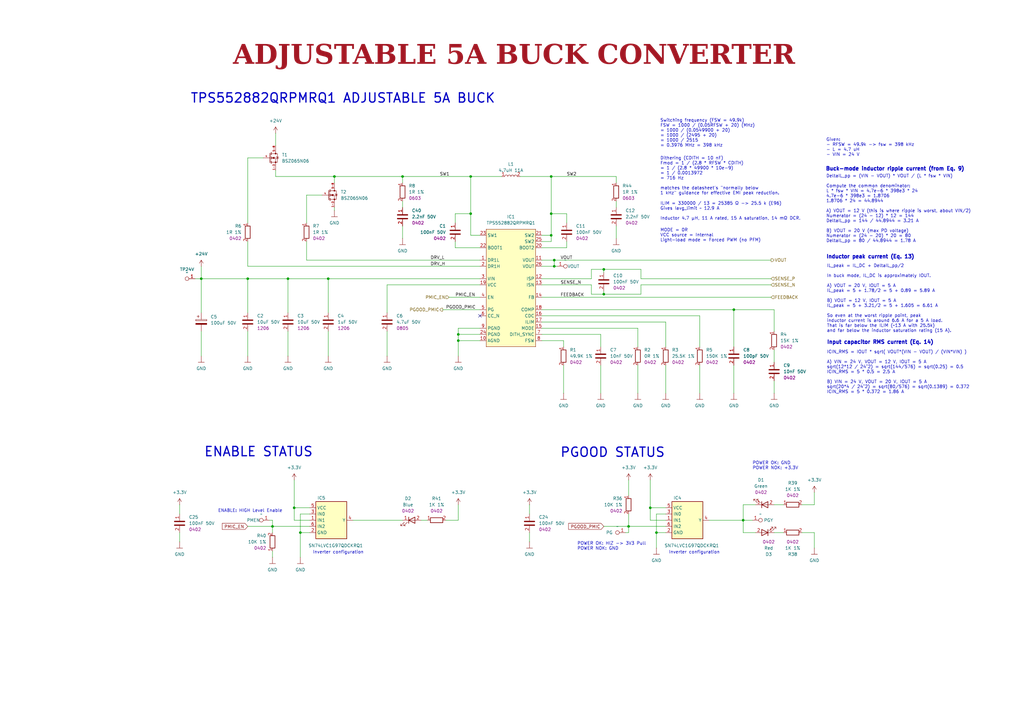
<source format=kicad_sch>
(kicad_sch (version 20250114) (generator "eeschema") (generator_version "9.0")
  (paper "A3")
  (title_block (title "Sheet Title A") (date "2025-01-12") (rev "1.0.0") (company "DvidMakesThings"))
  (text "ENABLE STATUS" (at 83.566 185.42 0) (effects (font (size 3.81 3.81) (thickness 0.508) (bold yes)) (justify left)))
  (text "ILIM = 330000 / 13 = 25385 Ω -> 25.5 k (E96)\nGives Iavg_limit ~ 12.9 A" (at 270.764 84.582 0) (effects (font (size 1.27 1.27)) (justify left)))
  (text "IL_peak = IL_DC + DeltaIL_pp/2\n\nIn buck mode, IL_DC is approximately IOUT.\n\nA) VOUT = 20 V, IOUT = 5 A\nIL_peak = 5 + 1.78/2 = 5 + 0.89 = 5.89 A\n\nB) VOUT = 12 V, IOUT = 5 A\nIL_peak = 5 + 3.21/2 = 5 + 1.605 = 6.61 A\n\nSo even at the worst ripple point, peak \ninductor current is around 6.6 A for a 5 A load. \nThat is far below the ILIM (~13 A with 25.5k) \nand far below the inductor saturation rating (15 A)." (at 339.09 122.428 0) (effects (font (size 1.27 1.27)) (justify left)))
  (text "Input capacitor RMS current (Eq. 14)" (at 339.09 140.462 0) (effects (font (size 1.524 1.524) (thickness 0.3556) (bold yes)) (justify left)))
  (text "POWER OK: GND\nPOWER NOK: +3.3V" (at 308.61 191.008 0) (effects (font (size 1.27 1.27)) (justify left)))
  (text "MODE = 0R\nVCC source = Internal\nLight-load mode = Forced PWM (no PFM)" (at 270.764 96.52 0) (effects (font (size 1.27 1.27)) (justify left)))
  (text "POWER OK: HIZ -> 3V3 Pull\nPOWER NOK: GND" (at 236.728 224.028 0) (effects (font (size 1.27 1.27)) (justify left)))
  (text "Inductor peak current (Eq. 13)" (at 338.836 105.41 0) (effects (font (size 1.524 1.524) (thickness 0.3556) (bold yes)) (justify left)))
  (text "DeltaIL_pp = (VIN - VOUT) * VOUT / (L * fsw * VIN)\n\nCompute the common denominator:\nL * fsw * VIN = 4.7e-6 * 398e3 * 24\n4.7e-6 * 398e3 = 1.8706\n1.8706 * 24 = 44.8944\n\nA) VOUT = 12 V (this is where ripple is worst, about VIN/2)\nNumerator = (24 - 12) * 12 = 144\nDeltaIL_pp = 144 / 44.8944 = 3.21 A\n\nB) VOUT = 20 V (max PD voltage)\nNumerator = (24 - 20) * 20 = 80\nDeltaIL_pp = 80 / 44.8944 = 1.78 A" (at 338.836 85.598 0) (effects (font (size 1.27 1.27)) (justify left)))
  (text "TPS552882QRPMRQ1 ADJUSTABLE 5A BUCK" (at 77.978 40.386 0) (effects (font (size 3.81 3.81) (thickness 0.508) (bold yes)) (justify left)))
  (text "Dithering (CDITH = 10 nF)\nFmod = 1 / (2.8 * RFSW * CDITH)\n= 1 / (2.8 * 49900 * 10e-9)\n= 1 / 0.0013972\n= 716 Hz\n\nmatches the datasheet's \"normally below \n1 kHz\" guidance for effective EMI peak reduction." (at 270.764 72.136 0) (effects (font (size 1.27 1.27)) (justify left)))
  (text "Inductor 4.7 µH, 11 A rated, 15 A saturation, 14 mΩ DCR." (at 270.764 89.662 0) (effects (font (size 1.27 1.27)) (justify left)))
  (text "ICIN_RMS = IOUT * sqrt( VOUT*(VIN - VOUT) / (VIN*VIN) )\n\nA) VIN = 24 V, VOUT = 12 V, IOUT = 5 A\nsqrt(12*12 / 24^2) = sqrt(144/576) = sqrt(0.25) = 0.5\nICIN_RMS = 5 * 0.5 = 2.5 A\n\nB) VIN = 24 V, VOUT = 20 V, IOUT = 5 A\nsqrt(20*4 / 24^2) = sqrt(80/576) = sqrt(0.1389) = 0.372\nICIN_RMS = 5 * 0.372 = 1.86 A" (at 339.09 152.654 0) (effects (font (size 1.27 1.27)) (justify left)))
  (text "Buck-mode inductor ripple current (from Eq. 9)" (at 338.582 69.342 0) (effects (font (size 1.524 1.524) (thickness 0.3556) (bold yes)) (justify left)))
  (text "PGOOD STATUS" (at 229.616 185.674 0) (effects (font (size 3.81 3.81) (thickness 0.508) (bold yes)) (justify left)))
  (text "Given:\n- RFSW = 49.9k -> fsw = 398 kHz\n- L = 4.7 uH\n- VIN = 24 V " (at 338.836 60.452 0) (effects (font (size 1.27 1.27)) (justify left)))
  (text "ENABLE: HIGH Level Enable" (at 89.408 209.55 0) (effects (font (size 1.27 1.27)) (justify left)))
  (text "Inverter configuration" (at 274.32 226.568 0) (effects (font (size 1.27 1.27)) (justify left)))
  (text "Inverter configuration" (at 128.27 226.568 0) (effects (font (size 1.27 1.27)) (justify left)))
  (text "Switching frequency (FSW = 49.9k)\nFSW = 1000 / (0.05RFSW + 20) (MHz)\n= 1000 / (0.0549900 + 20)\n= 1000 / (2495 + 20)\n= 1000 / 2515\n= 0.3976 MHz = 398 kHz" (at 270.764 54.61 0) (effects (font (size 1.27 1.27)) (justify left)))
  (text_box "ADJUSTABLE 5A BUCK CONVERTER" (at 13.97 16.51 0) (size 393.7 12.7) (margins 4.4999 4.4999 4.4999 4.4999) (stroke (width -0.0001)) (effects (font (size 7.9756 7.9756) (thickness 1.2) (bold yes))))
  (junction (at 137.16 72.39))
  (junction (at 187.96 137.16))
  (junction (at 165.1 72.39))
  (junction (at 247.65 120.65))
  (junction (at 120.65 208.28))
  (junction (at 193.04 72.39))
  (junction (at 123.19 218.44))
  (junction (at 134.62 114.3))
  (junction (at 266.7 208.28))
  (junction (at 227.33 109.22))
  (junction (at 304.8 213.36))
  (junction (at 226.06 87.63))
  (junction (at 247.65 110.49))
  (junction (at 82.55 114.3))
  (junction (at 101.6 114.3))
  (junction (at 257.81 215.9))
  (junction (at 269.24 218.44))
  (junction (at 226.06 72.39))
  (junction (at 118.11 114.3))
  (junction (at 226.06 96.52))
  (junction (at 187.96 139.7))
  (junction (at 111.76 215.9))
  (junction (at 193.04 87.63))
  (junction (at 227.33 106.68))
  (junction (at 300.99 127))
  (no_connect (at 196.85 129.54))
  (wire (pts (xy 186.69 101.6) (xy 186.69 99.06)))
  (wire (pts (xy 196.85 134.62) (xy 187.96 134.62)))
  (wire (pts (xy 266.7 208.28) (xy 273.05 208.28)))
  (wire (pts (xy 101.6 64.77) (xy 107.95 64.77)))
  (wire (pts (xy 247.65 120.65) (xy 247.65 119.38)))
  (wire (pts (xy 101.6 109.22) (xy 196.85 109.22)))
  (wire (pts (xy 165.1 72.39) (xy 165.1 74.93)))
  (wire (pts (xy 273.05 218.44) (xy 269.24 218.44)))
  (wire (pts (xy 252.73 74.93) (xy 252.73 72.39)))
  (wire (pts (xy 304.8 207.01) (xy 304.8 213.36)))
  (wire (pts (xy 261.62 134.62) (xy 261.62 142.24)))
  (wire (pts (xy 242.57 120.65) (xy 247.65 120.65)))
  (wire (pts (xy 217.17 222.25) (xy 217.17 218.44)))
  (wire (pts (xy 222.25 96.52) (xy 226.06 96.52)))
  (wire (pts (xy 247.65 215.9) (xy 257.81 215.9)))
  (wire (pts (xy 213.36 72.39) (xy 226.06 72.39)))
  (wire (pts (xy 110.49 213.36) (xy 111.76 213.36)))
  (wire (pts (xy 242.57 110.49) (xy 247.65 110.49)))
  (wire (pts (xy 120.65 208.28) (xy 127 208.28)))
  (wire (pts (xy 165.1 85.09) (xy 165.1 82.55)))
  (wire (pts (xy 266.7 213.36) (xy 266.7 208.28)))
  (wire (pts (xy 123.19 210.82) (xy 123.19 218.44)))
  (wire (pts (xy 125.73 106.68) (xy 125.73 99.06)))
  (wire (pts (xy 328.93 207.01) (xy 334.01 207.01)))
  (wire (pts (xy 246.38 137.16) (xy 246.38 142.24)))
  (wire (pts (xy 304.8 213.36) (xy 308.61 213.36)))
  (wire (pts (xy 82.55 114.3) (xy 82.55 109.22)))
  (wire (pts (xy 232.41 101.6) (xy 232.41 99.06)))
  (wire (pts (xy 287.02 129.54) (xy 287.02 142.24)))
  (wire (pts (xy 120.65 213.36) (xy 120.65 208.28)))
  (wire (pts (xy 222.25 121.92) (xy 316.23 121.92)))
  (wire (pts (xy 222.25 101.6) (xy 232.41 101.6)))
  (wire (pts (xy 165.1 72.39) (xy 137.16 72.39)))
  (wire (pts (xy 127 213.36) (xy 120.65 213.36)))
  (wire (pts (xy 187.96 139.7) (xy 196.85 139.7)))
  (wire (pts (xy 287.02 161.29) (xy 287.02 149.86)))
  (wire (pts (xy 193.04 87.63) (xy 193.04 96.52)))
  (wire (pts (xy 101.6 114.3) (xy 101.6 128.27)))
  (wire (pts (xy 187.96 134.62) (xy 187.96 137.16)))
  (wire (pts (xy 125.73 80.01) (xy 125.73 91.44)))
  (wire (pts (xy 328.93 218.44) (xy 334.01 218.44)))
  (wire (pts (xy 82.55 146.05) (xy 82.55 135.89)))
  (wire (pts (xy 334.01 207.01) (xy 334.01 201.93)))
  (wire (pts (xy 262.89 114.3) (xy 316.23 114.3)))
  (wire (pts (xy 247.65 110.49) (xy 262.89 110.49)))
  (wire (pts (xy 73.66 207.01) (xy 73.66 210.82)))
  (wire (pts (xy 158.75 146.05) (xy 158.75 135.89)))
  (wire (pts (xy 196.85 106.68) (xy 125.73 106.68)))
  (wire (pts (xy 111.76 228.6) (xy 111.76 226.06)))
  (wire (pts (xy 222.25 127) (xy 300.99 127)))
  (wire (pts (xy 232.41 91.44) (xy 232.41 87.63)))
  (wire (pts (xy 227.33 109.22) (xy 228.6 109.22)))
  (wire (pts (xy 257.81 196.85) (xy 257.81 203.2)))
  (wire (pts (xy 222.25 114.3) (xy 242.57 114.3)))
  (wire (pts (xy 193.04 72.39) (xy 205.74 72.39)))
  (wire (pts (xy 300.99 127) (xy 300.99 142.24)))
  (wire (pts (xy 317.5 156.21) (xy 317.5 161.29)))
  (wire (pts (xy 262.89 120.65) (xy 262.89 116.84)))
  (wire (pts (xy 309.88 218.44) (xy 304.8 218.44)))
  (wire (pts (xy 118.11 146.05) (xy 118.11 135.89)))
  (wire (pts (xy 247.65 120.65) (xy 262.89 120.65)))
  (wire (pts (xy 111.76 215.9) (xy 127 215.9)))
  (wire (pts (xy 252.73 72.39) (xy 226.06 72.39)))
  (wire (pts (xy 222.25 137.16) (xy 246.38 137.16)))
  (wire (pts (xy 186.69 91.44) (xy 186.69 87.63)))
  (wire (pts (xy 227.33 106.68) (xy 316.23 106.68)))
  (wire (pts (xy 73.66 222.25) (xy 73.66 218.44)))
  (wire (pts (xy 232.41 87.63) (xy 226.06 87.63)))
  (wire (pts (xy 184.15 121.92) (xy 196.85 121.92)))
  (wire (pts (xy 290.83 213.36) (xy 304.8 213.36)))
  (wire (pts (xy 187.96 139.7) (xy 187.96 146.05)))
  (wire (pts (xy 226.06 87.63) (xy 226.06 96.52)))
  (wire (pts (xy 113.03 54.61) (xy 113.03 59.69)))
  (wire (pts (xy 196.85 96.52) (xy 193.04 96.52)))
  (wire (pts (xy 132.08 80.01) (xy 125.73 80.01)))
  (wire (pts (xy 222.25 109.22) (xy 227.33 109.22)))
  (wire (pts (xy 175.26 213.36) (xy 172.72 213.36)))
  (wire (pts (xy 321.31 218.44) (xy 317.5 218.44)))
  (wire (pts (xy 187.96 213.36) (xy 187.96 207.01)))
  (wire (pts (xy 309.88 207.01) (xy 304.8 207.01)))
  (wire (pts (xy 269.24 218.44) (xy 269.24 224.79)))
  (wire (pts (xy 217.17 207.01) (xy 217.17 210.82)))
  (wire (pts (xy 262.89 110.49) (xy 262.89 114.3)))
  (wire (pts (xy 273.05 132.08) (xy 273.05 142.24)))
  (wire (pts (xy 82.55 114.3) (xy 101.6 114.3)))
  (wire (pts (xy 261.62 161.29) (xy 261.62 149.86)))
  (wire (pts (xy 118.11 114.3) (xy 118.11 128.27)))
  (wire (pts (xy 257.81 218.44) (xy 257.81 215.9)))
  (wire (pts (xy 304.8 213.36) (xy 304.8 218.44)))
  (wire (pts (xy 118.11 114.3) (xy 134.62 114.3)))
  (wire (pts (xy 273.05 213.36) (xy 266.7 213.36)))
  (wire (pts (xy 266.7 196.85) (xy 266.7 208.28)))
  (wire (pts (xy 113.03 69.85) (xy 113.03 72.39)))
  (wire (pts (xy 317.5 127) (xy 300.99 127)))
  (wire (pts (xy 222.25 134.62) (xy 261.62 134.62)))
  (wire (pts (xy 80.01 114.3) (xy 82.55 114.3)))
  (wire (pts (xy 101.6 91.44) (xy 101.6 64.77)))
  (wire (pts (xy 181.61 127) (xy 196.85 127)))
  (wire (pts (xy 101.6 99.06) (xy 101.6 109.22)))
  (wire (pts (xy 158.75 116.84) (xy 158.75 128.27)))
  (wire (pts (xy 187.96 137.16) (xy 196.85 137.16)))
  (wire (pts (xy 196.85 101.6) (xy 186.69 101.6)))
  (wire (pts (xy 300.99 149.86) (xy 300.99 161.29)))
  (wire (pts (xy 82.55 128.27) (xy 82.55 114.3)))
  (wire (pts (xy 227.33 109.22) (xy 227.33 106.68)))
  (wire (pts (xy 101.6 146.05) (xy 101.6 135.89)))
  (wire (pts (xy 317.5 148.59) (xy 317.5 143.51)))
  (wire (pts (xy 187.96 137.16) (xy 187.96 139.7)))
  (wire (pts (xy 252.73 97.79) (xy 252.73 92.71)))
  (wire (pts (xy 111.76 213.36) (xy 111.76 215.9)))
  (wire (pts (xy 273.05 161.29) (xy 273.05 149.86)))
  (wire (pts (xy 127 210.82) (xy 123.19 210.82)))
  (wire (pts (xy 222.25 132.08) (xy 273.05 132.08)))
  (wire (pts (xy 269.24 210.82) (xy 269.24 218.44)))
  (wire (pts (xy 113.03 72.39) (xy 137.16 72.39)))
  (wire (pts (xy 317.5 135.89) (xy 317.5 127)))
  (wire (pts (xy 321.31 207.01) (xy 317.5 207.01)))
  (wire (pts (xy 193.04 72.39) (xy 193.04 87.63)))
  (wire (pts (xy 242.57 116.84) (xy 242.57 120.65)))
  (wire (pts (xy 165.1 97.79) (xy 165.1 92.71)))
  (wire (pts (xy 226.06 96.52) (xy 226.06 99.06)))
  (wire (pts (xy 186.69 87.63) (xy 193.04 87.63)))
  (wire (pts (xy 257.81 215.9) (xy 273.05 215.9)))
  (wire (pts (xy 247.65 110.49) (xy 247.65 111.76)))
  (wire (pts (xy 256.54 218.44) (xy 257.81 218.44)))
  (wire (pts (xy 257.81 210.82) (xy 257.81 215.9)))
  (wire (pts (xy 252.73 85.09) (xy 252.73 82.55)))
  (wire (pts (xy 137.16 86.36) (xy 137.16 85.09)))
  (wire (pts (xy 182.88 213.36) (xy 187.96 213.36)))
  (wire (pts (xy 134.62 114.3) (xy 196.85 114.3)))
  (wire (pts (xy 334.01 218.44) (xy 334.01 224.79)))
  (wire (pts (xy 144.78 213.36) (xy 165.1 213.36)))
  (wire (pts (xy 226.06 72.39) (xy 226.06 87.63)))
  (wire (pts (xy 222.25 106.68) (xy 227.33 106.68)))
  (wire (pts (xy 222.25 99.06) (xy 226.06 99.06)))
  (wire (pts (xy 222.25 129.54) (xy 287.02 129.54)))
  (wire (pts (xy 273.05 210.82) (xy 269.24 210.82)))
  (wire (pts (xy 120.65 196.85) (xy 120.65 208.28)))
  (wire (pts (xy 246.38 161.29) (xy 246.38 149.86)))
  (wire (pts (xy 222.25 139.7) (xy 231.14 139.7)))
  (wire (pts (xy 111.76 218.44) (xy 111.76 215.9)))
  (wire (pts (xy 158.75 116.84) (xy 196.85 116.84)))
  (wire (pts (xy 222.25 116.84) (xy 242.57 116.84)))
  (wire (pts (xy 231.14 139.7) (xy 231.14 142.24)))
  (wire (pts (xy 193.04 72.39) (xy 165.1 72.39)))
  (wire (pts (xy 231.14 161.29) (xy 231.14 149.86)))
  (wire (pts (xy 242.57 110.49) (xy 242.57 114.3)))
  (wire (pts (xy 123.19 218.44) (xy 123.19 228.6)))
  (wire (pts (xy 127 218.44) (xy 123.19 218.44)))
  (wire (pts (xy 134.62 114.3) (xy 134.62 128.27)))
  (wire (pts (xy 101.6 114.3) (xy 118.11 114.3)))
  (wire (pts (xy 134.62 146.05) (xy 134.62 135.89)))
  (wire (pts (xy 262.89 116.84) (xy 316.23 116.84)))
  (wire (pts (xy 137.16 72.39) (xy 137.16 74.93)))
  (wire (pts (xy 101.6 215.9) (xy 111.76 215.9)))
  (label "FEEDBACK" (at 229.87 121.92 0))
  (label "DRV_H" (at 176.53 109.22 0))
  (label "SW2" (at 232.41 72.39 0))
  (label "SW1" (at 180.34 72.39 0))
  (label "VOUT" (at 229.87 106.68 0))
  (label "PMIC_EN" (at 186.69 121.92 0))
  (label "DRV_L" (at 176.53 106.68 0))
  (label "SENSE_N" (at 229.87 116.84 0))
  (label "PGOOD_PMIC" (at 182.88 127 0))
  (global_label "PGOOD_PMIC" (shape input) (at 247.65 215.9 180) (property "Intersheetrefs" "${INTERSHEET_REFS}" (effects (hide yes))))
  (global_label "PMIC_EN" (shape input) (at 101.6 215.9 180) (property "Intersheetrefs" "${INTERSHEET_REFS}" (effects (hide yes))))
  (hierarchical_label "PMIC_EN" (shape input) (at 184.15 121.92 180))
  (hierarchical_label "FEEDBACK" (shape input) (at 316.23 121.92 0))
  (hierarchical_label "VOUT" (shape output) (at 316.23 106.68 0))
  (hierarchical_label "SENSE_N" (shape input) (at 316.23 116.84 0))
  (hierarchical_label "SENSE_P" (shape input) (at 316.23 114.3 0))
  (hierarchical_label "PGOOD_PMIC" (shape output) (at 181.61 127 180))
  (symbol (lib_id "DS_Capacitor_0805:4.7uF 50V 0805") (at 158.75 132.08 0) (unit 1)
    (property "Reference" "C6" (at 162.56 129.5399 0) (effects (justify left)))
    (property "Value" "4.7uF 50V" (at 162.56 132.0799 0) (effects (justify left)))
    (property "Footprint" "Capacitor_SMD:C_0805_2012Metric" (effects (hide yes)))
    (property "Datasheet" "https://jlcpcb.com/api/file/downloadByFileSystemAccessId/8586178946207789056" (effects (hide yes)))
    (property "Description" "4.7uF 50V X5R ±10% 0805 Multilayer Ceramic Capacitors MLCC - SMD/SMT ROHS" (effects (hide yes)))
    (property "FOOTPRINT_SHORT" "0805" (at 162.56 134.6199 0) (effects (justify left)))
    (property "ROHS" "YES" (effects (hide yes)))
    (property "LCSC_PART" "C98192" (effects (hide yes)))
    (property "MFR" "Samsung Electro-Mechanics" (effects (hide yes)))
    (property "MPN" "CL21A475KBQNNNE" (effects (hide yes)))
  )
  (symbol (lib_id "DS_Peripherals:SN74LVC1G97QDCKRQ1") (at 135.89 213.36 0) (unit 1)
    (property "Reference" "IC5" (at 131.826 204.216 0))
    (property "Value" "SN74LVC1G97QDCKRQ1" (at 137.668 223.774 0))
    (property "Footprint" "DS_Peripherals:SOT-363_SC-70-6" (effects (hide yes)))
    (property "Datasheet" "https://www.ti.com/general/docs/suppproductinfo.tsp?distId=10&gotoUrl=https%3A%2F%2Fwww.ti.com%2Flit%2Fgpn%2Fsn74lvc1g97-q1" (effects (hide yes)))
    (property "Description" "Configurable Multiple Function Configurable 1 Circuit 3 Input SC-70-6" (effects (hide yes)))
    (property "MPN" "SN74LVC1G97QDCKRQ1" (effects (hide yes)))
    (property "MFR" "Texas Instruments" (effects (hide yes)))
    (property "LCSC_PART" "C179911" (effects (hide yes)))
    (property "DIST1" "https://www.digikey.de/en/products/detail/texas-instruments/sn74lvc1g97qdckrq1/716453" (effects (hide yes)))
    (property "ROHS" "YES" (effects (hide yes)))
  )
  (symbol (lib_id "DS_Resistor_0402:15K 1% 0402") (at 317.5 139.7 0) (unit 1)
    (property "Reference" "R4" (at 320.04 137.1599 0) (effects (justify left)))
    (property "Value" "15K 1%" (at 320.04 139.6999 0) (effects (justify left)))
    (property "Footprint" "Resistor_SMD:R_0402_1005Metric" (effects (hide yes)))
    (property "Description" "62.5mW Thick Film Resistors 50V ±100ppm/℃ ±1% 15kΩ 0402 Chip Resistor - Surface Mount ROHS" (effects (hide yes)))
    (property "LCSC_PART" "C25756" (effects (hide yes)))
    (property "ROHS" "YES" (effects (hide yes)))
    (property "FOOTPRINT_SHORT" "0402" (at 320.04 142.2399 0) (effects (justify left)))
  )
  (symbol (lib_id "DS_Inductor:4.7uH 11A") (at 209.55 72.39 0) (unit 1)
    (property "Reference" "L1" (at 209.55 67.31 0))
    (property "Value" "4.7uH 11A" (at 209.55 69.85 0))
    (property "Footprint" "DS_Inductor:L_11.5x10.0mm" (effects (hide yes)))
    (property "Datasheet" "https://products.sumida.com/products/pdf/CDRH127.pdf" (effects (hide yes)))
    (property "Description" "11A 14mΩ 15A 4.7uH Molded Inductor ±20% SMD,11.5x10mm Power Inductors ROHS" (effects (hide yes)))
    (property "LCSC_PART" "C5359261" (effects (hide yes)))
    (property "ROHS" "YES" (effects (hide yes)))
    (property "MPN" "CDRH127NP-4R7NC" (effects (hide yes)))
    (property "MFR" "Changjiang Microelectronics Tech" (effects (hide yes)))
  )
  (symbol (lib_id "DS_Resistor_0402:10K 1% 0402") (at 257.81 207.01 0) (mirror y) (unit 1)
    (property "Reference" "R36" (at 255.27 204.4699 0) (effects (justify left)))
    (property "Value" "10K 1%" (at 255.27 207.0099 0) (effects (justify left)))
    (property "Footprint" "Resistor_SMD:R_0402_1005Metric" (effects (hide yes)))
    (property "Description" "62.5mW Thick Film Resistors 50V ±100ppm/℃ ±1% 10kΩ 0402 Chip Resistor - Surface Mount ROHS" (effects (hide yes)))
    (property "LCSC_PART" "C25744" (effects (hide yes)))
    (property "ROHS" "YES" (effects (hide yes)))
    (property "FOOTPRINT_SHORT" "0402" (at 255.27 209.5499 0) (effects (justify left)))
    (property "MFR" "ROHM" (effects (hide yes)))
  )
  (symbol (lib_id "DS_Resistor_0402:0R 1% 0402") (at 261.62 146.05 0) (unit 1)
    (property "Reference" "R2" (at 264.16 143.5099 0) (effects (justify left)))
    (property "Value" "0R 1%" (at 264.16 146.0499 0) (effects (justify left)))
    (property "Footprint" "Resistor_SMD:R_0402_1005Metric" (effects (hide yes)))
    (property "Description" "62.5mW Thick Film Resistors 50V ±800ppm/℃ ±1% 0Ω 0402 Chip Resistor - Surface Mount ROHS" (effects (hide yes)))
    (property "LCSC_PART" "C17168" (effects (hide yes)))
    (property "ROHS" "YES" (effects (hide yes)))
    (property "FOOTPRINT_SHORT" "0402" (at 264.16 148.5899 0) (effects (justify left)))
    (property "MFR" "YAGEO" (effects (hide yes)))
  )
  (symbol (lib_id "DS_Capacitor_0402:100pF 50V 0402") (at 300.99 146.05 0) (unit 1)
    (property "Reference" "C8" (at 304.8 143.5099 0) (effects (justify left)))
    (property "Value" "100pF 50V" (at 304.8 146.0499 0) (effects (justify left)))
    (property "Footprint" "Capacitor_SMD:C_0402_1005Metric" (effects (hide yes)))
    (property "Datasheet" "https://jlcpcb.com/api/file/downloadByFileSystemAccessId/8588894399938248704" (effects (hide yes)))
    (property "Description" "100pF 50V X7R ±10% 0402 Multilayer Ceramic Capacitors MLCC - SMD/SMT ROHS" (effects (hide yes)))
    (property "FOOTPRINT_SHORT" "0402" (at 304.8 148.5899 0) (effects (justify left)))
    (property "ROHS" "YES" (effects (hide yes)))
    (property "LCSC_PART" "C281751" (effects (hide yes)))
    (property "MFR" "YAGEO" (effects (hide yes)))
    (property "MPN" "CC0402KRX7R9BB101" (effects (hide yes)))
  )
  (symbol (lib_id "DS_Supply:GND") (at 261.62 161.29 0) (unit 1)
    (property "Reference" "#PWR10" (effects (hide yes)))
    (property "Value" "GND" (at 261.62 166.37 0))
    (property "Description" "Power symbol creates a global label with name \"GND\" , ground" (effects (hide yes)))
  )
  (symbol (lib_id "DS_Supply:GND") (at 118.11 146.05 0) (unit 1)
    (property "Reference" "#PWR5" (effects (hide yes)))
    (property "Value" "GND" (at 118.11 151.13 0))
    (property "Description" "Power symbol creates a global label with name \"GND\" , ground" (effects (hide yes)))
  )
  (symbol (lib_id "DS_Resistor_0402:1R 1% 0402") (at 125.73 95.25 0) (unit 1)
    (property "Reference" "R7" (at 128.27 92.7099 0) (effects (justify left)))
    (property "Value" "1R 1%" (at 128.27 95.2499 0) (effects (justify left)))
    (property "Footprint" "Resistor_SMD:R_0402_1005Metric" (effects (hide yes)))
    (property "Datasheet" "https://jlcpcb.com/api/file/downloadByFileSystemAccessId/8588903265874956288" (effects (hide yes)))
    (property "Description" "Chip Resistors 0402 1Ω ±1% 1/16W ±200ppm/℃" (effects (hide yes)))
    (property "LCSC_PART" "C185446" (effects (hide yes)))
    (property "ROHS" "YES" (effects (hide yes)))
    (property "FOOTPRINT_SHORT" "0402" (at 128.27 97.7899 0) (effects (justify left)))
    (property "MFR" "RALEC" (effects (hide yes)))
    (property "MPN" "RC0402FR-071RL" (effects (hide yes)))
  )
  (symbol (lib_id "DS_Capacitor_0402:100nF 50V 0402") (at 232.41 95.25 0) (unit 1)
    (property "Reference" "C11" (at 236.22 92.7099 0) (effects (justify left)))
    (property "Value" "100nF 50V" (at 236.22 95.2499 0) (effects (justify left)))
    (property "Footprint" "Capacitor_SMD:C_0402_1005Metric" (effects (hide yes)))
    (property "Description" "50V 100nF X7R ±10% 0402 Multilayer Ceramic Capacitors MLCC - SMD/SMT ROHS" (effects (hide yes)))
    (property "FOOTPRINT_SHORT" "0402" (at 236.22 97.7899 0) (effects (justify left)))
    (property "ROHS" "YES" (effects (hide yes)))
    (property "LCSC_PART" "C307331" (effects (hide yes)))
  )
  (symbol (lib_id "DS_Capacitor_0402:10nF 50V 0402") (at 317.5 152.4 0) (unit 1)
    (property "Reference" "C9" (at 321.31 149.8599 0) (effects (justify left)))
    (property "Value" "10nF 50V" (at 321.31 152.3999 0) (effects (justify left)))
    (property "Footprint" "Capacitor_SMD:C_0402_1005Metric" (effects (hide yes)))
    (property "Description" "50V 10nF X7R ±10% 0402 Multilayer Ceramic Capacitors MLCC - SMD/SMT ROHS" (effects (hide yes)))
    (property "FOOTPRINT_SHORT" "0402" (at 321.31 154.9399 0) (effects (justify left)))
    (property "ROHS" "YES" (effects (hide yes)))
    (property "LCSC_PART" "C60133" (effects (hide yes)))
  )
  (symbol (lib_id "DS_Resistor_0603:1R 1% 0603") (at 165.1 78.74 0) (unit 1)
    (property "Reference" "R8" (at 167.64 76.1999 0) (effects (justify left)))
    (property "Value" "1R 1%" (at 167.64 78.7399 0) (effects (justify left)))
    (property "Footprint" "Resistor_SMD:R_0603_1608Metric" (effects (hide yes)))
    (property "Description" "Chip Resistors 0603 1Ω ±1% 1/10W ±200ppm/℃" (effects (hide yes)))
    (property "ROHS" "YES" (effects (hide yes)))
    (property "FOOTPRINT_SHORT" "0603" (at 167.64 81.2799 0) (effects (justify left)))
    (property "MFR" "RALEC" (effects (hide yes)))
  )
  (symbol (lib_id "DS_Supply:GND") (at 246.38 161.29 0) (unit 1)
    (property "Reference" "#PWR9" (effects (hide yes)))
    (property "Value" "GND" (at 246.38 166.37 0))
    (property "Description" "Power symbol creates a global label with name \"GND\" , ground" (effects (hide yes)))
  )
  (symbol (lib_id "DS_Resistor_0402:150K 1% 0402") (at 287.02 146.05 0) (unit 1)
    (property "Reference" "R5" (at 289.56 143.5099 0) (effects (justify left)))
    (property "Value" "150K 1%" (at 289.56 146.0499 0) (effects (justify left)))
    (property "Footprint" "Resistor_SMD:R_0402_1005Metric" (effects (hide yes)))
    (property "Datasheet" "https://jlcpcb.com/api/file/downloadByFileSystemAccessId/8590207640509837312" (effects (hide yes)))
    (property "Description" "150kΩ 50V 62.5mW Thick Film Resistor ±1% ±100ppm/°C 0402 Chip Resistor - Surface Mount ROHS" (effects (hide yes)))
    (property "LCSC_PART" "C2909320" (effects (hide yes)))
    (property "ROHS" "YES" (effects (hide yes)))
    (property "FOOTPRINT_SHORT" "0402" (at 289.56 148.5899 0) (effects (justify left)))
    (property "MFR" "FOJAN" (effects (hide yes)))
    (property "MPN" "FRC0402F1503TS" (effects (hide yes)))
  )
  (symbol (lib_id "DS_Test:Test_Point") (at 229.87 109.22 270) (mirror x) (unit 1)
    (property "Reference" "VOUT" (at 235.204 109.22 90))
    (property "Value" "~" (at 231.902 106.68 90))
    (property "Footprint" "DS_Test:TestPoint_0.6mm" (effects (hide yes)))
  )
  (symbol (lib_id "DS_Peripherals:SN74LVC1G97QDCKRQ1") (at 281.94 213.36 0) (unit 1)
    (property "Reference" "IC4" (at 277.876 204.216 0))
    (property "Value" "SN74LVC1G97QDCKRQ1" (at 283.718 223.774 0))
    (property "Footprint" "DS_Peripherals:SOT-363_SC-70-6" (effects (hide yes)))
    (property "Datasheet" "https://www.ti.com/general/docs/suppproductinfo.tsp?distId=10&gotoUrl=https%3A%2F%2Fwww.ti.com%2Flit%2Fgpn%2Fsn74lvc1g97-q1" (effects (hide yes)))
    (property "Description" "Configurable Multiple Function Configurable 1 Circuit 3 Input SC-70-6" (effects (hide yes)))
    (property "MPN" "SN74LVC1G97QDCKRQ1" (effects (hide yes)))
    (property "MFR" "Texas Instruments" (effects (hide yes)))
    (property "LCSC_PART" "C179911" (effects (hide yes)))
    (property "DIST1" "https://www.digikey.de/en/products/detail/texas-instruments/sn74lvc1g97qdckrq1/716453" (effects (hide yes)))
    (property "ROHS" "YES" (effects (hide yes)))
  )
  (symbol (lib_id "DS_FET:BSZ065N06") (at 113.03 64.77 0) (unit 1)
    (property "Reference" "T1" (at 115.57 63.4999 0) (effects (justify left)))
    (property "Value" "BSZ065N06" (at 115.57 66.0399 0) (effects (justify left)))
    (property "Footprint" "DS_FET:TSDSON-8" (effects (hide yes)))
    (property "Datasheet" "https://www.infineon.com/assets/row/public/documents/24/49/infineon-bsz065n06ls5-datasheet-en.pdf" (effects (hide yes)))
    (property "Description" "N-Channel 60 V 40A (Tc) 46W (Tc) Surface Mount PG-TSDSON-8-FL" (effects (hide yes)))
    (property "ROHS" "YES" (effects (hide yes)))
    (property "LCSC_PART" "C6755420" (effects (hide yes)))
    (property "MPN" "BSZ065N06LS5ATMA1" (effects (hide yes)))
    (property "MFR" "Infineon Technologies" (effects (hide yes)))
    (property "DIST1" "https://www.digikey.at/en/products/detail/infineon-technologies/BSZ065N06LS5ATMA1/6599581?s=N4IgTCBcDaIEIGUBaAGAbAVgHLpAXQF8g" (effects (hide yes)))
  )
  (symbol (lib_id "DS_Capacitor_ELKO:100uF 50V") (at 82.55 132.08 0) (unit 1)
    (property "Reference" "C5" (at 86.36 129.9209 0) (effects (justify left)))
    (property "Value" "100uF 50V" (at 86.36 132.4609 0) (effects (justify left)))
    (property "Footprint" "DS_Capacitor:C_Elec_6.3x7.7" (effects (hide yes)))
    (property "Datasheet" "https://jlcpcb.com/api/file/downloadByFileSystemAccessId/8555567821597212672" (effects (hide yes)))
    (property "Description" "100uF 2000hrs@105℃ 50V 6.3mm 7.7mm ±20% SMD,D6.3xL7.7mm Aluminum Electrolytic Capacitors - SMD ROHS" (effects (hide yes)))
    (property "MPN" "RVT1H101M0607" (effects (hide yes)))
    (property "MFR" "ROQANG" (effects (hide yes)))
    (property "ROHS" "YES" (effects (hide yes)))
    (property "LCSC_PART" "C3151829" (effects (hide yes)))
    (property "LCSC_PRICE" "EUR 0.0597" (effects (hide yes)))
  )
  (symbol (lib_id "DS_Opto:Green_0402") (at 313.69 207.01 0) (mirror x) (unit 1)
    (property "Reference" "D1" (at 312.1025 196.85 0))
    (property "Value" "Green" (at 312.1025 199.39 0))
    (property "Footprint" "LED_SMD:LED_0402_1005Metric" (effects (hide yes)))
    (property "Datasheet" "https://jlcpcb.com/api/file/downloadByFileSystemAccessId/8588919245081731072" (effects (hide yes)))
    (property "Description" "-40℃~+85℃ 120° 249mcd 25mA 3V 516nm~531nm 531nm 80mW Emerald Green Top-mount Water Clear 0402 LED Indication - Discrete ROHS" (effects (hide yes)))
    (property "MPN" "XL-1005UGC" (effects (hide yes)))
    (property "MFR" "XINGLIGHT" (effects (hide yes)))
    (property "LCSC_PART" "C965793" (effects (hide yes)))
    (property "ROHS" "YES" (effects (hide yes)))
    (property "Size" "0402" (at 312.1025 201.93 0))
  )
  (symbol (lib_id "DS_Resistor_0402:25.5K 1% 0402") (at 273.05 146.05 0) (unit 1)
    (property "Reference" "R3" (at 275.59 143.5099 0) (effects (justify left)))
    (property "Value" "25.5K 1%" (at 275.59 146.0499 0) (effects (justify left)))
    (property "Footprint" "Resistor_SMD:R_0402_1005Metric" (effects (hide yes)))
    (property "Description" "-55℃~+155℃ 25.5kΩ 50V 62.5mW Thick Film Resistor ±1% ±100ppm/℃ 0402 Chip Resistor - Surface Mount ROHS" (effects (hide yes)))
    (property "LCSC_PART" "C26970" (effects (hide yes)))
    (property "ROHS" "YES" (effects (hide yes)))
    (property "FOOTPRINT_SHORT" "0402" (at 275.59 148.5899 0) (effects (justify left)))
    (property "MFR" "UNI-ROYAL" (effects (hide yes)))
  )
  (symbol (lib_id "DS_Capacitor_1206:1uF 50V 1206") (at 134.62 132.08 0) (unit 1)
    (property "Reference" "C4" (at 138.43 129.5399 0) (effects (justify left)))
    (property "Value" "1uF 50V" (at 138.43 132.0799 0) (effects (justify left)))
    (property "Footprint" "Capacitor_SMD:C_1206_3216Metric" (effects (hide yes)))
    (property "Description" "50V 1uF X7R ±10% 1206 Multilayer Ceramic Capacitors MLCC - SMD/SMT ROHS" (effects (hide yes)))
    (property "FOOTPRINT_SHORT" "1206" (at 138.43 134.6199 0) (effects (justify left)))
    (property "ROHS" "YES" (effects (hide yes)))
    (property "LCSC_PART" "C90539" (effects (hide yes)))
  )
  (symbol (lib_id "DS_Capacitor_0402:100nF 50V 0402") (at 73.66 214.63 0) (unit 1)
    (property "Reference" "C25" (at 77.47 212.0899 0) (effects (justify left)))
    (property "Value" "100nF 50V" (at 77.47 214.6299 0) (effects (justify left)))
    (property "Footprint" "Capacitor_SMD:C_0402_1005Metric" (effects (hide yes)))
    (property "Description" "50V 100nF X7R ±10% 0402 Multilayer Ceramic Capacitors MLCC - SMD/SMT ROHS" (effects (hide yes)))
    (property "FOOTPRINT_SHORT" "0402" (at 77.47 217.1699 0) (effects (justify left)))
    (property "ROHS" "YES" (effects (hide yes)))
    (property "LCSC_PART" "C307331" (effects (hide yes)))
  )
  (symbol (lib_id "DS_Supply:GND") (at 82.55 146.05 0) (unit 1)
    (property "Reference" "#PWR7" (effects (hide yes)))
    (property "Value" "GND" (at 82.55 151.13 0))
    (property "Description" "Power symbol creates a global label with name \"GND\" , ground" (effects (hide yes)))
  )
  (symbol (lib_id "DS_FET:BSZ065N06") (at 137.16 80.01 0) (unit 1)
    (property "Reference" "T2" (at 139.7 78.7399 0) (effects (justify left)))
    (property "Value" "BSZ065N06" (at 139.7 81.2799 0) (effects (justify left)))
    (property "Footprint" "DS_FET:TSDSON-8" (effects (hide yes)))
    (property "Datasheet" "https://www.infineon.com/assets/row/public/documents/24/49/infineon-bsz065n06ls5-datasheet-en.pdf" (effects (hide yes)))
    (property "Description" "N-Channel 60 V 40A (Tc) 46W (Tc) Surface Mount PG-TSDSON-8-FL" (effects (hide yes)))
    (property "ROHS" "YES" (effects (hide yes)))
    (property "LCSC_PART" "C6755420" (effects (hide yes)))
    (property "MPN" "BSZ065N06LS5ATMA1" (effects (hide yes)))
    (property "MFR" "Infineon Technologies" (effects (hide yes)))
    (property "DIST1" "https://www.digikey.at/en/products/detail/infineon-technologies/BSZ065N06LS5ATMA1/6599581?s=N4IgTCBcDaIEIGUBaAGAbAVgHLpAXQF8g" (effects (hide yes)))
  )
  (symbol (lib_id "DS_Supply:GND") (at 252.73 97.79 0) (unit 1)
    (property "Reference" "#PWR17" (effects (hide yes)))
    (property "Value" "GND" (at 252.73 102.87 0))
    (property "Description" "Power symbol creates a global label with name \"GND\" , ground" (effects (hide yes)))
  )
  (symbol (lib_id "DS_Opto:Blue 0402") (at 168.91 213.36 0) (unit 1)
    (property "Reference" "D2" (at 167.3225 204.47 0))
    (property "Value" "Blue" (at 167.3225 207.01 0))
    (property "Footprint" "LED_SMD:LED_0402_1005Metric" (effects (hide yes)))
    (property "Datasheet" "https://jlcpcb.com/api/file/downloadByFileSystemAccessId/8590921452453912577" (effects (hide yes)))
    (property "Description" "-40℃~+85℃ 120° 20mA 240mcd 3.3V 455nm~475nm 465nm 70mW Blue Discrete Diode Top-mount Water Clear 0402 LED Indication - Discrete ROHS" (effects (hide yes)))
    (property "MPN" "XL-1005UBC" (effects (hide yes)))
    (property "MFR" "XINGLIGHT" (effects (hide yes)))
    (property "LCSC_PART" "C22355736" (effects (hide yes)))
    (property "ROHS" "YES" (effects (hide yes)))
    (property "Size" "0402" (at 167.3225 209.55 0))
  )
  (symbol (lib_id "power:+3.3V") (at 334.01 201.93 0) (unit 1)
    (property "Reference" "#PWR48" (effects (hide yes)))
    (property "Value" "+3.3V" (at 334.01 196.85 0))
    (property "Description" "Power symbol creates a global label with name \"+3.3V\"" (effects (hide yes)))
  )
  (symbol (lib_id "DS_Capacitor_0402:2.2nF 50V 0402") (at 252.73 88.9 0) (unit 1)
    (property "Reference" "C12" (at 256.54 86.3599 0) (effects (justify left)))
    (property "Value" "2.2nF 50V" (at 256.54 88.8999 0) (effects (justify left)))
    (property "Footprint" "Capacitor_SMD:C_0402_1005Metric" (effects (hide yes)))
    (property "Datasheet" "https://jlcpcb.com/api/file/downloadByFileSystemAccessId/8588898740437962752" (effects (hide yes)))
    (property "Description" "Chip Capacitor (MLCC) 0402 2.2nF ±10% 50V X7R" (effects (hide yes)))
    (property "FOOTPRINT_SHORT" "0402" (at 256.54 91.4399 0) (effects (justify left)))
    (property "ROHS" "YES" (effects (hide yes)))
    (property "LCSC_PART" "C106861" (effects (hide yes)))
    (property "MFR" "YAGEO" (effects (hide yes)))
    (property "MPN" "CC0402KRX7R9BB222" (effects (hide yes)))
  )
  (symbol (lib_id "DS_Supply:GND") (at 134.62 146.05 0) (unit 1)
    (property "Reference" "#PWR4" (effects (hide yes)))
    (property "Value" "GND" (at 134.62 151.13 0))
    (property "Description" "Power symbol creates a global label with name \"GND\" , ground" (effects (hide yes)))
  )
  (symbol (lib_id "DS_Resistor_0402:1R 1% 0402") (at 101.6 95.25 0) (mirror y) (unit 1)
    (property "Reference" "R6" (at 99.06 92.7099 0) (effects (justify left)))
    (property "Value" "1R 1%" (at 99.06 95.2499 0) (effects (justify left)))
    (property "Footprint" "Resistor_SMD:R_0402_1005Metric" (effects (hide yes)))
    (property "Datasheet" "https://jlcpcb.com/api/file/downloadByFileSystemAccessId/8588903265874956288" (effects (hide yes)))
    (property "Description" "Chip Resistors 0402 1Ω ±1% 1/16W ±200ppm/℃" (effects (hide yes)))
    (property "LCSC_PART" "C185446" (effects (hide yes)))
    (property "ROHS" "YES" (effects (hide yes)))
    (property "FOOTPRINT_SHORT" "0402" (at 99.06 97.7899 0) (effects (justify left)))
    (property "MFR" "RALEC" (effects (hide yes)))
    (property "MPN" "RC0402FR-071RL" (effects (hide yes)))
  )
  (symbol (lib_id "DS_Resistor_0402:49.9K 1% 0402") (at 231.14 146.05 0) (unit 1)
    (property "Reference" "R1" (at 233.68 143.5099 0) (effects (justify left)))
    (property "Value" "49.9K 1%" (at 233.68 146.0499 0) (effects (justify left)))
    (property "Footprint" "Resistor_SMD:R_0402_1005Metric" (effects (hide yes)))
    (property "Description" "-55℃~+155℃ 49.9kΩ 50V 62.5mW Thick Film Resistor ±1% ±100ppm/℃ 0402 Chip Resistor - Surface Mount ROHS" (effects (hide yes)))
    (property "LCSC_PART" "C2906873" (effects (hide yes)))
    (property "ROHS" "YES" (effects (hide yes)))
    (property "FOOTPRINT_SHORT" "0402" (at 233.68 148.5899 0) (effects (justify left)))
    (property "MFR" "Viking" (effects (hide yes)))
  )
  (symbol (lib_id "DS_Supply:GND") (at 165.1 97.79 0) (unit 1)
    (property "Reference" "#PWR088" (effects (hide yes)))
    (property "Value" "GND" (at 165.1 102.87 0))
    (property "Description" "Power symbol creates a global label with name \"GND\" , ground" (effects (hide yes)))
  )
  (symbol (lib_id "DS_Supply:GND") (at 187.96 146.05 0) (unit 1)
    (property "Reference" "#PWR2" (effects (hide yes)))
    (property "Value" "GND" (at 187.96 151.13 0))
    (property "Description" "Power symbol creates a global label with name \"GND\" , ground" (effects (hide yes)))
  )
  (symbol (lib_id "DS_Supply:GND") (at 300.99 161.29 0) (unit 1)
    (property "Reference" "#PWR12" (effects (hide yes)))
    (property "Value" "GND" (at 300.99 166.37 0))
    (property "Description" "Power symbol creates a global label with name \"GND\" , ground" (effects (hide yes)))
  )
  (symbol (lib_id "DS_Supply:GND") (at 269.24 224.79 0) (unit 1)
    (property "Reference" "#PWR53" (effects (hide yes)))
    (property "Value" "GND" (at 269.24 229.87 0))
    (property "Description" "Power symbol creates a global label with name \"GND\" , ground" (effects (hide yes)))
  )
  (symbol (lib_id "DS_Resistor_0603:1R 1% 0603") (at 252.73 78.74 0) (unit 1)
    (property "Reference" "R44" (at 255.27 76.1999 0) (effects (justify left)))
    (property "Value" "1R 1%" (at 255.27 78.7399 0) (effects (justify left)))
    (property "Footprint" "Resistor_SMD:R_0603_1608Metric" (effects (hide yes)))
    (property "Description" "Chip Resistors 0603 1Ω ±1% 1/10W ±200ppm/℃" (effects (hide yes)))
    (property "ROHS" "YES" (effects (hide yes)))
    (property "FOOTPRINT_SHORT" "0603" (at 255.27 81.2799 0) (effects (justify left)))
    (property "MFR" "RALEC" (effects (hide yes)))
  )
  (symbol (lib_id "power:+3.3V") (at 217.17 207.01 0) (mirror y) (unit 1)
    (property "Reference" "#PWR50" (effects (hide yes)))
    (property "Value" "+3.3V" (at 217.17 201.93 0))
    (property "Description" "Power symbol creates a global label with name \"+3.3V\"" (effects (hide yes)))
  )
  (symbol (lib_id "DS_Test:Test_Point") (at 309.88 213.36 270) (mirror x) (unit 1)
    (property "Reference" "PGY" (at 315.214 213.36 90))
    (property "Value" "~" (at 311.912 210.82 90))
    (property "Footprint" "DS_Test:TestPoint_0.6mm" (effects (hide yes)))
  )
  (symbol (lib_id "DS_Supply:GND") (at 73.66 222.25 0) (unit 1)
    (property "Reference" "#PWR60" (effects (hide yes)))
    (property "Value" "GND" (at 73.66 227.33 0))
    (property "Description" "Power symbol creates a global label with name \"GND\" , ground" (effects (hide yes)))
  )
  (symbol (lib_id "DS_Capacitor_0402:100nF 50V 0402") (at 186.69 95.25 0) (mirror y) (unit 1)
    (property "Reference" "C1" (at 182.88 92.7099 0) (effects (justify left)))
    (property "Value" "100nF 50V" (at 182.88 95.2499 0) (effects (justify left)))
    (property "Footprint" "Capacitor_SMD:C_0402_1005Metric" (effects (hide yes)))
    (property "Description" "50V 100nF X7R ±10% 0402 Multilayer Ceramic Capacitors MLCC - SMD/SMT ROHS" (effects (hide yes)))
    (property "FOOTPRINT_SHORT" "0402" (at 182.88 97.7899 0) (effects (justify left)))
    (property "ROHS" "YES" (effects (hide yes)))
    (property "LCSC_PART" "C307331" (effects (hide yes)))
  )
  (symbol (lib_id "DS_Opto:Red_0402") (at 313.69 218.44 180) (unit 1)
    (property "Reference" "D3" (at 315.2775 227.33 0))
    (property "Value" "Red" (at 315.2775 224.79 0))
    (property "Footprint" "LED_SMD:LED_0402_1005Metric" (effects (hide yes)))
    (property "Datasheet" "https://jlcpcb.com/api/file/downloadByFileSystemAccessId/8603084174895304704" (effects (hide yes)))
    (property "Description" "-40℃~+85℃ 1.8V~2.4V 120° 200mcd 20mA 50mW 615nm~630nm 625nm Red 0402 LED Indication - Discrete ROHS" (effects (hide yes)))
    (property "MPN" "XL-1005SURC" (effects (hide yes)))
    (property "MFR" "XINGLIGHT" (effects (hide yes)))
    (property "LCSC_PART" "C25503345" (effects (hide yes)))
    (property "ROHS" "YES" (effects (hide yes)))
    (property "Size" "0402" (at 315.2775 222.25 0))
  )
  (symbol (lib_id "DS_Supply:GND") (at 101.6 146.05 0) (unit 1)
    (property "Reference" "#PWR6" (effects (hide yes)))
    (property "Value" "GND" (at 101.6 151.13 0))
    (property "Description" "Power symbol creates a global label with name \"GND\" , ground" (effects (hide yes)))
  )
  (symbol (lib_id "DS_Capacitor_1206:10uF 50V 1206") (at 101.6 132.08 0) (unit 1)
    (property "Reference" "C2" (at 105.41 129.5399 0) (effects (justify left)))
    (property "Value" "10uF 50V" (at 105.41 132.0799 0) (effects (justify left)))
    (property "Footprint" "Capacitor_SMD:C_1206_3216Metric" (effects (hide yes)))
    (property "Datasheet" "https://jlcpcb.com/api/file/downloadByFileSystemAccessId/8579707359440130048" (effects (hide yes)))
    (property "Description" "50V 10uF X5R ±10% 1206 Multilayer Ceramic Capacitors MLCC - SMD/SMT ROHS" (effects (hide yes)))
    (property "FOOTPRINT_SHORT" "1206" (at 105.41 134.6199 0) (effects (justify left)))
    (property "ROHS" "YES" (effects (hide yes)))
    (property "LCSC_PART" "C13585" (effects (hide yes)))
    (property "MFR" "Samsung Electro-Mechanics" (effects (hide yes)))
    (property "MPN" "CL31A106KBHNNNE" (effects (hide yes)))
  )
  (symbol (lib_id "DS_Resistor_0402:1K 1% 0402") (at 325.12 218.44 90) (unit 1)
    (property "Reference" "R38" (at 325.12 227.33 90))
    (property "Value" "1K 1%" (at 325.12 224.79 90))
    (property "Footprint" "Resistor_SMD:R_0402_1005Metric" (effects (hide yes)))
    (property "Description" "62.5mW Thick Film Resistors 50V ±100ppm/℃ ±1% 1kΩ 0402 Chip Resistor - Surface Mount ROHS" (effects (hide yes)))
    (property "LCSC_PART" "C11702" (effects (hide yes)))
    (property "ROHS" "YES" (effects (hide yes)))
    (property "FOOTPRINT_SHORT" "0402" (at 325.12 222.25 90))
    (property "MFR" "FH" (effects (hide yes)))
  )
  (symbol (lib_id "DS_Supply:GND") (at 334.01 224.79 0) (unit 1)
    (property "Reference" "#PWR55" (effects (hide yes)))
    (property "Value" "GND" (at 334.01 229.87 0))
    (property "Description" "Power symbol creates a global label with name \"GND\" , ground" (effects (hide yes)))
  )
  (symbol (lib_id "power:+24V") (at 113.03 54.61 0) (unit 1)
    (property "Reference" "#PWR15" (effects (hide yes)))
    (property "Value" "+24V" (at 113.03 49.53 0))
    (property "Description" "Power symbol creates a global label with name \"+24V\"" (effects (hide yes)))
  )
  (symbol (lib_id "power:+24V") (at 82.55 109.22 0) (unit 1)
    (property "Reference" "#PWR1" (effects (hide yes)))
    (property "Value" "+24V" (at 82.55 104.14 0))
    (property "Description" "Power symbol creates a global label with name \"+24V\"" (effects (hide yes)))
  )
  (symbol (lib_id "DS_Capacitor_0402:10nF 50V 0402") (at 246.38 146.05 0) (unit 1)
    (property "Reference" "C7" (at 250.19 143.5099 0) (effects (justify left)))
    (property "Value" "10nF 50V" (at 250.19 146.0499 0) (effects (justify left)))
    (property "Footprint" "Capacitor_SMD:C_0402_1005Metric" (effects (hide yes)))
    (property "Description" "50V 10nF X7R ±10% 0402 Multilayer Ceramic Capacitors MLCC - SMD/SMT ROHS" (effects (hide yes)))
    (property "FOOTPRINT_SHORT" "0402" (at 250.19 148.5899 0) (effects (justify left)))
    (property "ROHS" "YES" (effects (hide yes)))
    (property "LCSC_PART" "C60133" (effects (hide yes)))
  )
  (symbol (lib_id "DS_Supply:GND") (at 123.19 228.6 0) (unit 1)
    (property "Reference" "#PWR56" (effects (hide yes)))
    (property "Value" "GND" (at 123.19 233.68 0))
    (property "Description" "Power symbol creates a global label with name \"GND\" , ground" (effects (hide yes)))
  )
  (symbol (lib_id "DS_Supply:GND") (at 217.17 222.25 0) (unit 1)
    (property "Reference" "#PWR59" (effects (hide yes)))
    (property "Value" "GND" (at 217.17 227.33 0))
    (property "Description" "Power symbol creates a global label with name \"GND\" , ground" (effects (hide yes)))
  )
  (symbol (lib_id "DS_Capacitor_0402:100nF 50V 0402") (at 217.17 214.63 0) (unit 1)
    (property "Reference" "C24" (at 220.98 212.0899 0) (effects (justify left)))
    (property "Value" "100nF 50V" (at 220.98 214.6299 0) (effects (justify left)))
    (property "Footprint" "Capacitor_SMD:C_0402_1005Metric" (effects (hide yes)))
    (property "Description" "50V 100nF X7R ±10% 0402 Multilayer Ceramic Capacitors MLCC - SMD/SMT ROHS" (effects (hide yes)))
    (property "FOOTPRINT_SHORT" "0402" (at 220.98 217.1699 0) (effects (justify left)))
    (property "ROHS" "YES" (effects (hide yes)))
    (property "LCSC_PART" "C307331" (effects (hide yes)))
  )
  (symbol (lib_id "DS_Supply:GND") (at 317.5 161.29 0) (unit 1)
    (property "Reference" "#PWR13" (effects (hide yes)))
    (property "Value" "GND" (at 317.5 166.37 0))
    (property "Description" "Power symbol creates a global label with name \"GND\" , ground" (effects (hide yes)))
  )
  (symbol (lib_id "DS_Supply:GND") (at 273.05 161.29 0) (unit 1)
    (property "Reference" "#PWR11" (effects (hide yes)))
    (property "Value" "GND" (at 273.05 166.37 0))
    (property "Description" "Power symbol creates a global label with name \"GND\" , ground" (effects (hide yes)))
  )
  (symbol (lib_id "DS_Vreg:TPS552882") (at 209.55 119.38 0) (unit 1)
    (property "Reference" "IC1" (at 209.55 88.9 0))
    (property "Value" "TPS552882QRPMRQ1" (at 209.55 91.44 0))
    (property "Footprint" "DS_Vreg:PowerVFQFN-26" (effects (hide yes)))
    (property "Datasheet" "https://www.ti.com/lit/ds/symlink/tps552882-q1.pdf" (effects (hide yes)))
    (property "Description" "Buck-Boost Switching Regulator IC Positive Adjustable 0.8V 1 Output 16A 26-PowerVFQFN" (effects (hide yes)))
    (property "ROHS" "YES" (effects (hide yes)))
    (property "MPN" "TPS552882QRPMRQ1" (effects (hide yes)))
    (property "MFR" "Texas Instruments" (effects (hide yes)))
    (property "LCSC_PART" "C2876594" (effects (hide yes)))
    (property "DIST1" "https://www.digikey.at/en/products/detail/texas-instruments/tps552882qrpmrq1/13627227" (effects (hide yes)))
  )
  (symbol (lib_id "DS_Test:Test_Point") (at 109.22 213.36 90) (unit 1)
    (property "Reference" "PMEN" (at 103.886 213.36 90))
    (property "Value" "~" (at 107.188 210.82 90))
    (property "Footprint" "DS_Test:TestPoint_0.6mm" (effects (hide yes)))
  )
  (symbol (lib_id "power:+3.3V") (at 257.81 196.85 0) (mirror y) (unit 1)
    (property "Reference" "#PWR49" (effects (hide yes)))
    (property "Value" "+3.3V" (at 257.81 191.77 0))
    (property "Description" "Power symbol creates a global label with name \"+3.3V\"" (effects (hide yes)))
  )
  (symbol (lib_id "power:+3.3V") (at 266.7 196.85 0) (unit 1)
    (property "Reference" "#PWR52" (effects (hide yes)))
    (property "Value" "+3.3V" (at 266.7 191.77 0))
    (property "Description" "Power symbol creates a global label with name \"+3.3V\"" (effects (hide yes)))
  )
  (symbol (lib_id "DS_Capacitor_0402:2.2nF 50V 0402") (at 165.1 88.9 0) (unit 1)
    (property "Reference" "C40" (at 168.91 86.3599 0) (effects (justify left)))
    (property "Value" "2.2nF 50V" (at 168.91 88.8999 0) (effects (justify left)))
    (property "Footprint" "Capacitor_SMD:C_0402_1005Metric" (effects (hide yes)))
    (property "Datasheet" "https://jlcpcb.com/api/file/downloadByFileSystemAccessId/8588898740437962752" (effects (hide yes)))
    (property "Description" "Chip Capacitor (MLCC) 0402 2.2nF ±10% 50V X7R" (effects (hide yes)))
    (property "FOOTPRINT_SHORT" "0402" (at 168.91 91.4399 0) (effects (justify left)))
    (property "ROHS" "YES" (effects (hide yes)))
    (property "LCSC_PART" "C106861" (effects (hide yes)))
    (property "MFR" "YAGEO" (effects (hide yes)))
    (property "MPN" "CC0402KRX7R9BB222" (effects (hide yes)))
  )
  (symbol (lib_id "DS_Resistor_0402:1K 1% 0402") (at 325.12 207.01 90) (mirror x) (unit 1)
    (property "Reference" "R39" (at 325.12 198.12 90))
    (property "Value" "1K 1%" (at 325.12 200.66 90))
    (property "Footprint" "Resistor_SMD:R_0402_1005Metric" (effects (hide yes)))
    (property "Description" "62.5mW Thick Film Resistors 50V ±100ppm/℃ ±1% 1kΩ 0402 Chip Resistor - Surface Mount ROHS" (effects (hide yes)))
    (property "LCSC_PART" "C11702" (effects (hide yes)))
    (property "ROHS" "YES" (effects (hide yes)))
    (property "FOOTPRINT_SHORT" "0402" (at 325.12 203.2 90))
    (property "MFR" "FH" (effects (hide yes)))
  )
  (symbol (lib_id "DS_Supply:GND") (at 231.14 161.29 0) (unit 1)
    (property "Reference" "#PWR8" (effects (hide yes)))
    (property "Value" "GND" (at 231.14 166.37 0))
    (property "Description" "Power symbol creates a global label with name \"GND\" , ground" (effects (hide yes)))
  )
  (symbol (lib_id "DS_Test:Test_Point") (at 78.74 114.3 90) (unit 1)
    (property "Reference" "TP24V" (at 76.708 110.49 90))
    (property "Value" "~" (at 76.708 111.76 90))
    (property "Footprint" "DS_Test:TestPoint_0.6mm" (effects (hide yes)))
  )
  (symbol (lib_id "DS_Supply:GND") (at 137.16 86.36 0) (unit 1)
    (property "Reference" "#PWR16" (effects (hide yes)))
    (property "Value" "GND" (at 137.16 91.44 0))
    (property "Description" "Power symbol creates a global label with name \"GND\" , ground" (effects (hide yes)))
  )
  (symbol (lib_id "DS_Resistor_0402:10K 1% 0402") (at 111.76 222.25 0) (mirror x) (unit 1)
    (property "Reference" "R40" (at 109.22 219.7099 0) (effects (justify right)))
    (property "Value" "10K 1%" (at 109.22 222.2499 0) (effects (justify right)))
    (property "Footprint" "Resistor_SMD:R_0402_1005Metric" (effects (hide yes)))
    (property "Description" "62.5mW Thick Film Resistors 50V ±100ppm/℃ ±1% 10kΩ 0402 Chip Resistor - Surface Mount ROHS" (effects (hide yes)))
    (property "LCSC_PART" "C25744" (effects (hide yes)))
    (property "ROHS" "YES" (effects (hide yes)))
    (property "FOOTPRINT_SHORT" "0402" (at 109.22 224.7899 0) (effects (justify right)))
    (property "MFR" "ROHM" (effects (hide yes)))
  )
  (symbol (lib_id "power:+3.3V") (at 120.65 196.85 0) (unit 1)
    (property "Reference" "#PWR54" (effects (hide yes)))
    (property "Value" "+3.3V" (at 120.65 191.77 0))
    (property "Description" "Power symbol creates a global label with name \"+3.3V\"" (effects (hide yes)))
  )
  (symbol (lib_id "DS_Test:Test_Point") (at 255.27 218.44 90) (unit 1)
    (property "Reference" "PG" (at 249.936 218.44 90))
    (property "Value" "~" (at 253.238 215.9 90))
    (property "Footprint" "DS_Test:TestPoint_0.6mm" (effects (hide yes)))
  )
  (symbol (lib_id "DS_Capacitor_1206:10uF 50V 1206") (at 118.11 132.08 0) (unit 1)
    (property "Reference" "C3" (at 121.92 129.5399 0) (effects (justify left)))
    (property "Value" "10uF 50V" (at 121.92 132.0799 0) (effects (justify left)))
    (property "Footprint" "Capacitor_SMD:C_1206_3216Metric" (effects (hide yes)))
    (property "Datasheet" "https://jlcpcb.com/api/file/downloadByFileSystemAccessId/8579707359440130048" (effects (hide yes)))
    (property "Description" "50V 10uF X5R ±10% 1206 Multilayer Ceramic Capacitors MLCC - SMD/SMT ROHS" (effects (hide yes)))
    (property "FOOTPRINT_SHORT" "1206" (at 121.92 134.6199 0) (effects (justify left)))
    (property "ROHS" "YES" (effects (hide yes)))
    (property "LCSC_PART" "C13585" (effects (hide yes)))
    (property "MFR" "Samsung Electro-Mechanics" (effects (hide yes)))
    (property "MPN" "CL31A106KBHNNNE" (effects (hide yes)))
  )
  (symbol (lib_id "power:+3.3V") (at 73.66 207.01 0) (mirror y) (unit 1)
    (property "Reference" "#PWR58" (effects (hide yes)))
    (property "Value" "+3.3V" (at 73.66 201.93 0))
    (property "Description" "Power symbol creates a global label with name \"+3.3V\"" (effects (hide yes)))
  )
  (symbol (lib_id "DS_Resistor_0402:1K 1% 0402") (at 179.07 213.36 90) (mirror x) (unit 1)
    (property "Reference" "R41" (at 179.07 204.47 90))
    (property "Value" "1K 1%" (at 179.07 207.01 90))
    (property "Footprint" "Resistor_SMD:R_0402_1005Metric" (effects (hide yes)))
    (property "Description" "62.5mW Thick Film Resistors 50V ±100ppm/℃ ±1% 1kΩ 0402 Chip Resistor - Surface Mount ROHS" (effects (hide yes)))
    (property "LCSC_PART" "C11702" (effects (hide yes)))
    (property "ROHS" "YES" (effects (hide yes)))
    (property "FOOTPRINT_SHORT" "0402" (at 179.07 209.55 90))
    (property "MFR" "FH" (effects (hide yes)))
  )
  (symbol (lib_id "power:+3.3V") (at 187.96 207.01 0) (unit 1)
    (property "Reference" "#PWR57" (effects (hide yes)))
    (property "Value" "+3.3V" (at 187.96 201.93 0))
    (property "Description" "Power symbol creates a global label with name \"+3.3V\"" (effects (hide yes)))
  )
  (symbol (lib_id "DS_Supply:GND") (at 287.02 161.29 0) (unit 1)
    (property "Reference" "#PWR14" (effects (hide yes)))
    (property "Value" "GND" (at 287.02 166.37 0))
    (property "Description" "Power symbol creates a global label with name \"GND\" , ground" (effects (hide yes)))
  )
  (symbol (lib_id "DS_Supply:GND") (at 111.76 228.6 0) (unit 1)
    (property "Reference" "#PWR051" (effects (hide yes)))
    (property "Value" "GND" (at 111.76 233.68 0))
    (property "Description" "Power symbol creates a global label with name \"GND\" , ground" (effects (hide yes)))
  )
  (symbol (lib_id "DS_Capacitor_0402:100nF 50V 0402") (at 247.65 115.57 0) (unit 1)
    (property "Reference" "C10" (at 251.46 113.0299 0) (effects (justify left)))
    (property "Value" "100nF 50V" (at 251.46 115.5699 0) (effects (justify left)))
    (property "Footprint" "Capacitor_SMD:C_0402_1005Metric" (effects (hide yes)))
    (property "Description" "50V 100nF X7R ±10% 0402 Multilayer Ceramic Capacitors MLCC - SMD/SMT ROHS" (effects (hide yes)))
    (property "FOOTPRINT_SHORT" "0402" (at 251.46 118.1099 0) (effects (justify left)))
    (property "ROHS" "YES" (effects (hide yes)))
    (property "LCSC_PART" "C307331" (effects (hide yes)))
  )
  (symbol (lib_id "DS_Supply:GND") (at 158.75 146.05 0) (unit 1)
    (property "Reference" "#PWR3" (effects (hide yes)))
    (property "Value" "GND" (at 158.75 151.13 0))
    (property "Description" "Power symbol creates a global label with name \"GND\" , ground" (effects (hide yes)))
  )
)
</source>
